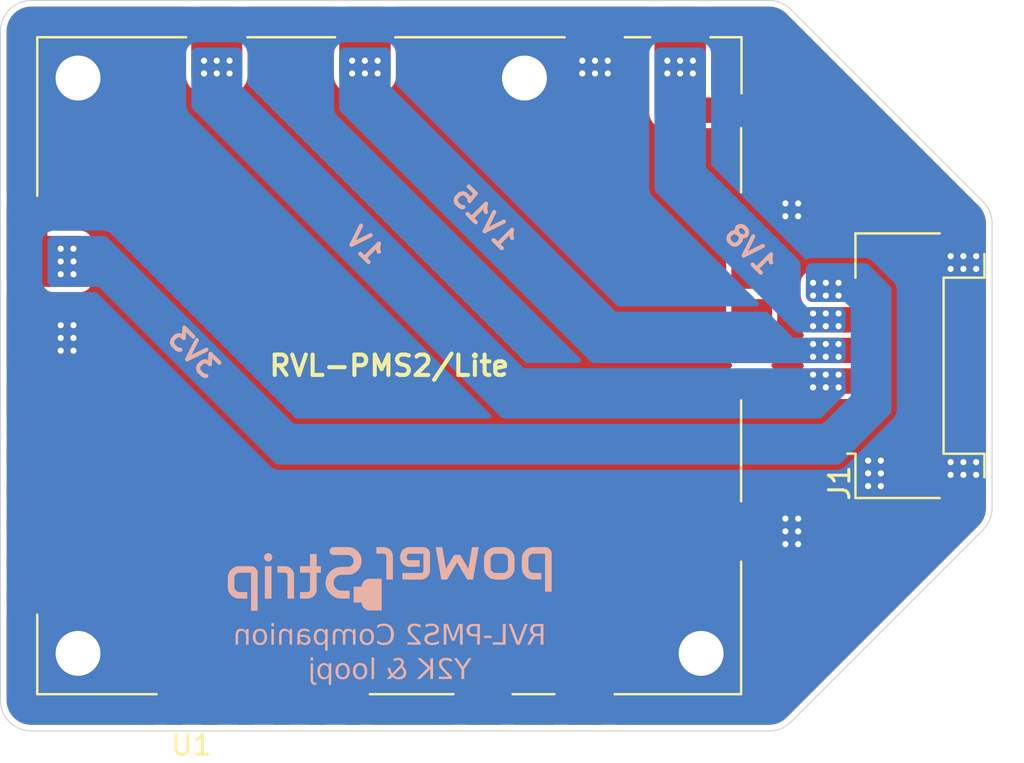
<source format=kicad_pcb>
(kicad_pcb (version 20240108) (generator "pcbnew") (generator_version "8.0")
  (layers (0 "F.Cu" signal) (31 "B.Cu" signal) (34 "B.Paste" user) (35 "F.Paste" user) (36 "B.SilkS" user "B.Silkscreen") (37 "F.SilkS" user "F.Silkscreen") (38 "B.Mask" user) (39 "F.Mask" user) (44 "Edge.Cuts" user))
  (net 0 "")
  (net 1 "GND")
  (net 2 "+1V8")
  (net 3 "+3.3V")
  (net 4 "+1V0")
  (net 5 "+1V15")
  (footprint "project-footprints:PMS2" (layer "F.Cu") (at 129 115)
    (property "Reference" "U1" (at 7.57 2.49 0) (layer "F.SilkS"))
    (property "Value" "PMS2")
    (pad "1" smd roundrect (at -0.5 -23.58) (size 2 1.25) (layers "F.Cu" "F.Paste" "F.Mask") (net 3 "+3.3V"))
    (pad "1" smd roundrect (at -0.5 -21.21) (size 2 2.5) (layers "F.Cu" "F.Paste" "F.Mask") (net 3 "+3.3V"))
    (pad "2" smd roundrect (at -0.5 -17.46) (size 2 2.5) (layers "F.Cu" "F.Paste" "F.Mask") (net 1 "GND"))
    (pad "2" thru_hole circle (at 2 -30.2 90) (size 3 3) (drill 2.2) (layers "*.Cu" "*.Mask") (net 1 "GND"))
    (pad "2" thru_hole circle (at 2 -2 90) (size 3 3) (drill 2.2) (layers "*.Cu" "*.Mask") (net 1 "GND"))
    (pad "2" thru_hole circle (at 23.88 -30.2 90) (size 3 3) (drill 2.2) (layers "*.Cu" "*.Mask") (net 1 "GND"))
    (pad "2" smd roundrect (at 27.35 -32.7 90) (size 2 2.5) (layers "F.Cu" "F.Paste" "F.Mask") (net 1 "GND"))
    (pad "2" thru_hole circle (at 32.54 -2 90) (size 3 3) (drill 2.2) (layers "*.Cu" "*.Mask") (net 1 "GND"))
    (pad "2" smd roundrect (at 35.02 -23.74 90) (size 1.25 2) (layers "F.Cu" "F.Paste" "F.Mask") (net 1 "GND"))
    (pad "2" smd roundrect (at 35.02 -7.98 90) (size 2.5 2) (layers "F.Cu" "F.Paste" "F.Mask") (net 1 "GND"))
    (pad "3" smd roundrect (at -0.5 -14.46) (size 2 2.5) (layers "F.Cu" "F.Paste" "F.Mask"))
    (pad "4" smd roundrect (at -0.5 -11.73) (size 2 1.25) (layers "F.Cu" "F.Paste" "F.Mask"))
    (pad "5" smd roundrect (at -0.5 -9.98) (size 2 1.25) (layers "F.Cu" "F.Paste" "F.Mask"))
    (pad "6" smd roundrect (at -0.5 -8.23) (size 2 1.25) (layers "F.Cu" "F.Paste" "F.Mask"))
    (pad "7" smd roundrect (at -0.5 -6.48) (size 2 1.25) (layers "F.Cu" "F.Paste" "F.Mask"))
    (pad "8" smd roundrect (at -0.5 -4.73) (size 2 1.25) (layers "F.Cu" "F.Paste" "F.Mask"))
    (pad "9" smd roundrect (at 6.71 0.5) (size 1.25 2) (layers "F.Cu" "F.Paste" "F.Mask"))
    (pad "10" smd roundrect (at 8.46 0.5) (size 1.25 2) (layers "F.Cu" "F.Paste" "F.Mask"))
    (pad "11" smd roundrect (at 10.21 0.5) (size 1.25 2) (layers "F.Cu" "F.Paste" "F.Mask"))
    (pad "12" smd roundrect (at 11.96 0.5) (size 1.25 2) (layers "F.Cu" "F.Paste" "F.Mask"))
    (pad "13" smd roundrect (at 13.71 0.5) (size 1.25 2) (layers "F.Cu" "F.Paste" "F.Mask"))
    (pad "14" smd roundrect (at 15.46 0.5) (size 1.25 2) (layers "F.Cu" "F.Paste" "F.Mask"))
    (pad "15" smd roundrect (at 21.85 0.5) (size 2.5 2) (layers "F.Cu" "F.Paste" "F.Mask"))
    (pad "16" smd roundrect (at 26.82 0.5) (size 2.5 2) (layers "F.Cu" "F.Paste" "F.Mask"))
    (pad "17" smd roundrect (at 35.02 -15.24 90) (size 1.25 2) (layers "F.Cu" "F.Paste" "F.Mask"))
    (pad "18" smd roundrect (at 35.02 -16.99 90) (size 1.25 2) (layers "F.Cu" "F.Paste" "F.Mask"))
    (pad "19" smd roundrect (at 35.02 -18.74 90) (size 1.25 2) (layers "F.Cu" "F.Paste" "F.Mask"))
    (pad "20" smd roundrect (at 35.02 -21.12 90) (size 2.5 2) (layers "F.Cu" "F.Paste" "F.Mask"))
    (pad "21" smd roundrect (at 31.51 -32.7 90) (size 2 2.5) (layers "F.Cu" "F.Paste" "F.Mask") (net 2 "+1V8"))
    (pad "21" smd roundrect (at 35.02 -28.62 90) (size 1.25 2) (layers "F.Cu" "F.Paste" "F.Mask") (net 2 "+1V8"))
    (pad "22" smd roundrect (at 16.06 -32.7 90) (size 2 2.5) (layers "F.Cu" "F.Paste" "F.Mask") (net 5 "+1V15"))
    (pad "23" smd roundrect (at 8.8 -32.7 90) (size 2 2.5) (layers "F.Cu" "F.Paste" "F.Mask") (net 4 "+1V0"))
  )
  (footprint "Connector_Molex:Molex_Pico-Lock_504050-0691_1x06-1MP_P1.50mm_Horizontal" (layer "F.Cu") (at 172 98.9 90)
    (property "Reference" "J1" (at -5.75 -3.675 -90) (layer "F.SilkS"))
    (property "Value" "Conn_01x06_MountingPin")
    (pad "1" smd roundrect (at -3.75 -2.795 90) (size 0.6 1) (layers "F.Cu" "F.Paste" "F.Mask") (net 1 "GND"))
    (pad "2" smd roundrect (at -2.25 -2.795 90) (size 0.6 1) (layers "F.Cu" "F.Paste" "F.Mask") (net 1 "GND"))
    (pad "3" smd roundrect (at -0.75 -2.795 90) (size 0.6 1) (layers "F.Cu" "F.Paste" "F.Mask") (net 4 "+1V0"))
    (pad "4" smd roundrect (at 0.75 -2.795 90) (size 0.6 1) (layers "F.Cu" "F.Paste" "F.Mask") (net 5 "+1V15"))
    (pad "5" smd roundrect (at 2.25 -2.795 90) (size 0.6 1) (layers "F.Cu" "F.Paste" "F.Mask") (net 2 "+1V8"))
    (pad "6" smd roundrect (at 3.75 -2.795 90) (size 0.6 1) (layers "F.Cu" "F.Paste" "F.Mask") (net 3 "+3.3V"))
    (pad "MP" smd roundrect (at -6.355 2.395 90) (size 1.25 1.8) (layers "F.Cu" "F.Paste" "F.Mask") (roundrect_rratio 0.2) (net 1 "GND"))
    (pad "MP" smd roundrect (at 6.355 2.395 90) (size 1.25 1.8) (layers "F.Cu" "F.Paste" "F.Mask") (roundrect_rratio 0.2) (net 1 "GND"))
  )
  (gr_poly (pts (xy 151.454713 107.790814) (xy 151.435235 107.791729) (xy 151.415975 107.793255) (xy 151.396933 107.79539) (xy 151.378108 107.798136) (xy 151.359502 107.801492) (xy 151.341113 107.805458) (xy 151.322943 107.810035) (xy 151.30499 107.815221) (xy 151.287255 107.821018) (xy 151.269738 107.827425) (xy 151.252439 107.834442) (xy 151.235358 107.84207) (xy 151.218495 107.850307) (xy 151.20185 107.859155) (xy 151.185423 107.868613) (xy 151.16928 107.878447) (xy 151.153558 107.888701) (xy 151.138256 107.899376) (xy 151.123375 107.910472) (xy 151.108915 107.921988) (xy 151.094875 107.933925) (xy 151.081256 107.946283) (xy 151.068057 107.959061) (xy 151.055279 107.97226) (xy 151.042922 107.985879) (xy 151.030985 107.999919) (xy 151.019469 108.01438) (xy 151.008373 108.029261) (xy 150.997698 108.044563) (xy 150.987444 108.060285) (xy 150.97761 108.076428) (xy 150.968152 108.092855) (xy 150.959304 108.109501) (xy 150.951067 108.126363) (xy 150.94344 108.143444) (xy 150.936422 108.160743) (xy 150.930015 108.17826) (xy 150.924219 108.195995) (xy 150.919032 108.213947) (xy 150.914455 108.232118) (xy 150.910489 108.250506) (xy 150.907133 108.269113) (xy 150.904387 108.287937) (xy 150.902251 108.30698) (xy 150.900726 108.32624) (xy 150.899811 108.345719) (xy 150.899505 108.365415) (xy 150.899505 108.808099) (xy 150.899811 108.827796) (xy 150.900726 108.847278) (xy 150.902251 108.866543) (xy 150.904387 108.885593) (xy 150.907133 108.904427) (xy 150.910489 108.923046) (xy 150.914455 108.941448) (xy 150.919032 108.959635) (xy 150.924219 108.977606) (xy 150.930015 108.995362) (xy 150.936422 109.012902) (xy 150.94344 109.030226) (xy 150.951067 109.047334) (xy 150.959304 109.064227) (xy 150.968152 109.080904) (xy 150.97761 109.097365) (xy 150.987444 109.113481) (xy 150.997698 109.129191) (xy 151.008374 109.144496) (xy 151.019469 109.159395) (xy 151.030986 109.173889) (xy 151.042922 109.187978) (xy 151.05528 109.201662) (xy 151.068058 109.21494) (xy 151.081256 109.227813) (xy 151.094876 109.24028) (xy 151.108915 109.252342) (xy 151.123376 109.263999) (xy 151.138257 109.27525) (xy 151.153558 109.286096) (xy 151.16928 109.296537) (xy 151.185423 109.306572) (xy 151.20185 109.315861) (xy 151.218495 109.324551) (xy 151.235358 109.332642) (xy 151.252439 109.340133) (xy 151.269738 109.347025) (xy 151.287255 109.353317) (xy 151.30499 109.359011) (xy 151.322943 109.364105) (xy 151.341113 109.3686) (xy 151.359502 109.372495) (xy 151.378108 109.375791) (xy 151.396933 109.378488) (xy 151.415975 109.380586) (xy 151.435235 109.382084) (xy 151.454713 109.382983) (xy 151.474409 109.383282) (xy 151.821974 109.383282) (xy 151.841637 109.382982) (xy 151.861087 109.382079) (xy 151.880323 109.380576) (xy 151.899346 109.37847) (xy 151.918155 109.375764) (xy 151.936751 109.372456) (xy 151.955133 109.368546) (xy 151.973301 109.364035) (xy 151.991256 109.358922) (xy 152.008997 109.353208) (xy 152.026525 109.346892) (xy 152.043839 109.339975) (xy 152.060939 109.332457) (xy 152.077826 109.324337) (xy 152.094499 109.315616) (xy 152.110959 109.306293) (xy 152.127075 109.296323) (xy 152.142785 109.285939) (xy 152.15809 109.27514) (xy 152.172989 109.263928) (xy 152.187483 109.252302) (xy 152.201572 109.240262) (xy 152.215256 109.227807) (xy 152.228534 109.214939) (xy 152.241407 109.201656) (xy 152.253874 109.18796) (xy 152.265937 109.173849) (xy 152.277593 109.159324) (xy 152.288845 109.144386) (xy 152.299691 109.129033) (xy 152.310132 109.113266) (xy 152.320167 109.097086) (xy 152.329456 109.080658) (xy 152.338146 109.064013) (xy 152.346237 109.04715) (xy 152.353728 109.030068) (xy 152.36062 109.012769) (xy 152.366913 108.995253) (xy 152.372606 108.977518) (xy 152.3777 108.959565) (xy 152.382195 108.941395) (xy 152.38609 108.923006) (xy 152.389386 108.9044) (xy 152.392083 108.885576) (xy 152.394181 108.866533) (xy 152.395679 108.847273) (xy 152.396578 108.827795) (xy 152.396878 108.808099) (xy 152.396878 108.80503) (xy 152.072466 108.80503) (xy 152.072177 108.817991) (xy 152.071311 108.830723) (xy 152.069867 108.843227) (xy 152.067846 108.855501) (xy 152.065247 108.867547) (xy 152.062071 108.879364) (xy 152.058317 108.890952) (xy 152.053986 108.902311) (xy 152.049077 108.913441) (xy 152.043591 108.924343) (xy 152.037527 108.935015) (xy 152.030886 108.945459) (xy 152.023667 108.955675) (xy 152.015871 108.965661) (xy 152.007497 108.975419) (xy 151.998546 108.984948) (xy 151.989227 108.993899) (xy 151.979678 109.002272) (xy 151.969901 109.010069) (xy 151.959895 109.017287) (xy 151.94966 109.023929) (xy 151.939196 109.029992) (xy 151.928504 109.035479) (xy 151.917583 109.040388) (xy 151.906432 109.044719) (xy 151.895053 109.048473) (xy 151.883446 109.051649) (xy 151.871609 109.054248) (xy 151.859544 109.056269) (xy 151.84725 109.057713) (xy 151.834727 109.058579) (xy 151.821975 109.058868) (xy 151.474411 109.058868) (xy 151.461461 109.058579) (xy 151.448765 109.057713) (xy 151.436321 109.056269) (xy 151.424131 109.054248) (xy 151.412193 109.051649) (xy 151.400507 109.048473) (xy 151.389075 109.044719) (xy 151.377895 109.040388) (xy 151.366969 109.035479) (xy 151.356295 109.029992) (xy 151.345874 109.023929) (xy 151.335705 109.017287) (xy 151.32579 109.010069) (xy 151.316127 109.002272) (xy 151.306717 108.993899) (xy 151.29756 108.984948) (xy 151.288609 108.975419) (xy 151.280235 108.965661) (xy 151.272438 108.955675) (xy 151.26522 108.945459) (xy 151.258578 108.935015) (xy 151.252515 108.924343) (xy 151.247028 108.913441) (xy 151.24212 108.902311) (xy 151.237788 108.890952) (xy 151.234035 108.879364) (xy 151.230858 108.867547) (xy 151.22826 108.855501) (xy 151.226238 108.843227) (xy 151.224795 108.830723) (xy 151.223928 108.817991) (xy 151.22364 108.80503) (xy 151.22364 108.368482) (xy 151.223928 108.355526) (xy 151.224795 108.34281) (xy 151.226238 108.330334) (xy 151.22826 108.318097) (xy 151.230858 108.306101) (xy 151.234035 108.294344) (xy 151.237788 108.282826) (xy 151.24212 108.271549) (xy 151.247028 108.260511) (xy 151.252515 108.249713) (xy 151.258578 108.239154) (xy 151.26522 108.228835) (xy 151.272438 108.218757) (xy 151.280235 108.208917) (xy 151.288609 108.199318) (xy 151.29756 108.189958) (xy 151.306717 108.180838) (xy 151.316127 108.172306) (xy 151.32579 108.164362) (xy 151.335705 108.157007) (xy 151.345874 108.150241) (xy 151.356295 108.144063) (xy 151.366969 108.138473) (xy 151.377895 108.133472) (xy 151.389075 108.129059) (xy 151.400507 108.125235) (xy 151.412193 108.121998) (xy 151.424131 108.119351) (xy 151.436321 108.117292) (xy 151.448765 108.115821) (xy 151.461461 108.114938) (xy 151.474411 108.114644) (xy 151.821975 108.114644) (xy 151.834727 108.114938) (xy 151.84725 108.115821) (xy 151.859544 108.117292) (xy 151.871609 108.119351) (xy 151.883446 108.121998) (xy 151.895053 108.125235) (xy 151.906432 108.129059) (xy 151.917583 108.133472) (xy 151.928504 108.138473) (xy 151.939196 108.144063) (xy 151.94966 108.150241) (xy 151.959895 108.157007) (xy 151.969901 108.164362) (xy 151.979678 108.172306) (xy 151.989227 108.180838) (xy 151.998546 108.189958) (xy 152.007497 108.199318) (xy 152.015871 108.208917) (xy 152.023667 108.218757) (xy 152.030886 108.228835) (xy 152.037527 108.239154) (xy 152.043591 108.249713) (xy 152.049077 108.260511) (xy 152.053986 108.271549) (xy 152.058317 108.282826) (xy 152.062071 108.294344) (xy 152.065247 108.306101) (xy 152.067846 108.318097) (xy 152.069867 108.330334) (xy 152.071311 108.34281) (xy 152.072177 108.355526) (xy 152.072466 108.368482) (xy 152.072466 108.80503) (xy 152.396878 108.80503) (xy 152.396878 108.365415) (xy 152.396578 108.345719) (xy 152.395679 108.32624) (xy 152.394181 108.30698) (xy 152.392083 108.287937) (xy 152.389386 108.269113) (xy 152.38609 108.250506) (xy 152.382195 108.232118) (xy 152.3777 108.213947) (xy 152.372606 108.195995) (xy 152.366913 108.17826) (xy 152.36062 108.160743) (xy 152.353728 108.143444) (xy 152.346237 108.126363) (xy 152.338146 108.109501) (xy 152.329456 108.092855) (xy 152.320167 108.076428) (xy 152.310132 108.060285) (xy 152.299691 108.044563) (xy 152.288845 108.029261) (xy 152.277593 108.01438) (xy 152.265937 107.999919) (xy 152.253874 107.985879) (xy 152.241407 107.97226) (xy 152.228534 107.959061) (xy 152.215256 107.946283) (xy 152.201572 107.933925) (xy 152.187483 107.921988) (xy 152.172989 107.910472) (xy 152.15809 107.899376) (xy 152.142785 107.888701) (xy 152.127075 107.878447) (xy 152.110959 107.868613) (xy 152.094499 107.859155) (xy 152.077826 107.850307) (xy 152.060939 107.84207) (xy 152.043838 107.834442) (xy 152.026524 107.827425) (xy 152.008996 107.821018) (xy 151.991255 107.815221) (xy 151.9733 107.810035) (xy 151.955132 107.805458) (xy 151.93675 107.801492) (xy 151.918154 107.798136) (xy 151.899345 107.79539) (xy 151.880323 107.793255) (xy 151.861087 107.791729) (xy 151.841637 107.790814) (xy 151.821974 107.790509) (xy 151.474409 107.790509)) (stroke (width -0.000001)) (fill solid) (layer "B.SilkS"))
  (gr_poly (pts (xy 143.516453 107.789905) (xy 143.50635 107.790559) (xy 143.496456 107.79165) (xy 143.486774 107.793177) (xy 143.477302 107.79514) (xy 143.468042 107.797539) (xy 143.458991 107.800374) (xy 143.450152 107.803646) (xy 143.441523 107.807354) (xy 143.433105 107.811498) (xy 143.424897 107.816078) (xy 143.416901 107.821095) (xy 143.409115 107.826548) (xy 143.401539 107.832437) (xy 143.394175 107.838762) (xy 143.387021 107.845524) (xy 143.380192 107.852608) (xy 143.373804 107.8599) (xy 143.367857 107.867402) (xy 143.36235 107.875111) (xy 143.357284 107.88303) (xy 143.352659 107.891157) (xy 143.348474 107.899493) (xy 143.344729 107.908037) (xy 143.341425 107.91679) (xy 143.338562 107.925752) (xy 143.336139 107.934922) (xy 143.334156 107.944301) (xy 143.332614 107.953888) (xy 143.331513 107.963684) (xy 143.330852 107.973689) (xy 143.330632 107.983903) (xy 143.330852 107.994116) (xy 143.331513 108.004121) (xy 143.332614 108.013917) (xy 143.334156 108.023504) (xy 143.336139 108.032883) (xy 143.338562 108.042053) (xy 143.341425 108.051015) (xy 143.344729 108.059768) (xy 143.348474 108.068312) (xy 143.352659 108.076648) (xy 143.357284 108.084775) (xy 143.36235 108.092694) (xy 143.367857 108.100403) (xy 143.373804 108.107905) (xy 143.380192 108.115197) (xy 143.387021 108.122281) (xy 143.394175 108.129043) (xy 143.401539 108.135368) (xy 143.409115 108.141257) (xy 143.416901 108.14671) (xy 143.424897 108.151727) (xy 143.433105 108.156307) (xy 143.441523 108.160451) (xy 143.450152 108.164159) (xy 143.458991 108.167431) (xy 143.468042 108.170266) (xy 143.477302 108.172665) (xy 143.486774 108.174628) (xy 143.496456 108.176155) (xy 143.50635 108.177246) (xy 143.516453 108.1779) (xy 143.526768 108.178118) (xy 144.213242 108.178118) (xy 144.228421 108.17845) (xy 144.243313 108.179446) (xy 144.257918 108.181105) (xy 144.272236 108.183429) (xy 144.286266 108.186416) (xy 144.300009 108.190067) (xy 144.313464 108.194382) (xy 144.326633 108.199361) (xy 144.339514 108.205003) (xy 144.352107 108.211309) (xy 144.364414 108.218279) (xy 144.376433 108.225913) (xy 144.388165 108.234211) (xy 144.399609 108.243173) (xy 144.410766 108.252798) (xy 144.421636 108.263088) (xy 144.432027 108.273851) (xy 144.441748 108.284899) (xy 144.450798 108.296231) (xy 144.459178 108.307848) (xy 144.466887 108.31975) (xy 144.473926 108.331936) (xy 144.480295 108.344406) (xy 144.485993 108.357161) (xy 144.491021 108.3702) (xy 144.495378 108.383524) (xy 144.499065 108.397132) (xy 144.502082 108.411025) (xy 144.504428 108.425203) (xy 144.506104 108.439664) (xy 144.50711 108.454411) (xy 144.507445 108.469442) (xy 144.50711 108.484473) (xy 144.506104 108.499219) (xy 144.504428 108.513681) (xy 144.502082 108.527858) (xy 144.499065 108.541751) (xy 144.495378 108.555359) (xy 144.491021 108.568683) (xy 144.485993 108.581723) (xy 144.480295 108.594477) (xy 144.473926 108.606948) (xy 144.466887 108.619134) (xy 144.459178 108.631035) (xy 144.450798 108.642652) (xy 144.441748 108.653984) (xy 144.432027 108.665032) (xy 144.421636 108.675796) (xy 144.410766 108.686085) (xy 144.399609 108.695711) (xy 144.388165 108.704672) (xy 144.376433 108.71297) (xy 144.364414 108.720604) (xy 144.352107 108.727574) (xy 144.339514 108.73388) (xy 144.326633 108.739523) (xy 144.313464 108.744502) (xy 144.300009 108.748816) (xy 144.286266 108.752467) (xy 144.272236 108.755455) (xy 144.257918 108.757778) (xy 144.243313 108.759438) (xy 144.228421 108.760433) (xy 144.213242 108.760765) (xy 143.919038 108.760765) (xy 143.878949 108.761657) (xy 143.839588 108.764331) (xy 143.800954 108.768788) (xy 143.763049 108.775028) (xy 143.725871 108.783051) (xy 143.689421 108.792856) (xy 143.653699 108.804445) (xy 143.618705 108.817816) (xy 143.584439 108.83297) (xy 143.550901 108.849907) (xy 143.51809 108.868627) (xy 143.486007 108.88913) (xy 143.454653 108.911415) (xy 143.424026 108.935484) (xy 143.394126 108.961335) (xy 143.364955 108.988969) (xy 143.337048 109.017854) (xy 143.310941 109.047461) (xy 143.286635 109.077788) (xy 143.264129 109.108836) (xy 143.243424 109.140605) (xy 143.224519 109.173094) (xy 143.207415 109.206304) (xy 143.19211 109.240235) (xy 143.178607 109.274887) (xy 143.166904 109.310259) (xy 143.157001 109.346352) (xy 143.148899 109.383166) (xy 143.142597 109.4207) (xy 143.138096 109.458955) (xy 143.135395 109.497931) (xy 143.134495 109.537628) (xy 143.135395 109.577324) (xy 143.138096 109.6163) (xy 143.142597 109.654555) (xy 143.148899 109.69209) (xy 143.157001 109.728904) (xy 143.166904 109.764997) (xy 143.178607 109.800369) (xy 143.19211 109.835021) (xy 143.207415 109.868951) (xy 143.224519 109.902161) (xy 143.243424 109.934651) (xy 143.264129 109.96642) (xy 143.286635 109.997468) (xy 143.310941 110.027795) (xy 143.337048 110.057401) (xy 143.364955 110.086287) (xy 143.394126 110.113921) (xy 143.424026 110.139772) (xy 143.454653 110.163841) (xy 143.486007 110.186126) (xy 143.51809 110.206629) (xy 143.550901 110.225349) (xy 143.584439 110.242286) (xy 143.618705 110.25744) (xy 143.653699 110.270811) (xy 143.689421 110.282399) (xy 143.725871 110.292205) (xy 143.763049 110.300228) (xy 143.800954 110.306468) (xy 143.839588 110.310925) (xy 143.878949 110.313599) (xy 143.919038 110.314491) (xy 144.311309 110.314491) (xy 144.311309 109.926059) (xy 143.919038 109.926059) (xy 143.898994 109.925613) (xy 143.879313 109.924276) (xy 143.859996 109.922048) (xy 143.841044 109.918928) (xy 143.822455 109.914916) (xy 143.80423 109.910014) (xy 143.786369 109.904219) (xy 143.768872 109.897534) (xy 143.751739 109.889957) (xy 143.73497 109.881488) (xy 143.718564 109.872128) (xy 143.702523 109.861877) (xy 143.686845 109.850734) (xy 143.671532 109.8387) (xy 143.656582 109.825774) (xy 143.641996 109.811957) (xy 143.628043 109.797515) (xy 143.61499 109.782711) (xy 143.602837 109.767548) (xy 143.591584 109.752024) (xy 143.581231 109.736139) (xy 143.571779 109.719895) (xy 143.563227 109.70329) (xy 143.555575 109.686324) (xy 143.548823 109.668998) (xy 143.542972 109.651312) (xy 143.538021 109.633266) (xy 143.53397 109.614859) (xy 143.530819 109.596092) (xy 143.528568 109.576964) (xy 143.527218 109.557476) (xy 143.526768 109.537628) (xy 143.527218 109.51778) (xy 143.528568 109.498292) (xy 143.530819 109.479164) (xy 143.53397 109.460397) (xy 143.538021 109.44199) (xy 143.542972 109.423943) (xy 143.548823 109.406257) (xy 143.555575 109.388931) (xy 143.563227 109.371966) (xy 143.571779 109.355361) (xy 143.581231 109.339116) (xy 143.591584 109.323232) (xy 143.602837 109.307708) (xy 143.61499 109.292544) (xy 143.628043 109.277741) (xy 143.641996 109.263298) (xy 143.656582 109.249481) (xy 143.671532 109.236556) (xy 143.686845 109.224522) (xy 143.702523 109.213379) (xy 143.718564 109.203127) (xy 143.73497 109.193767) (xy 143.751739 109.185299) (xy 143.768872 109.177722) (xy 143.786369 109.171036) (xy 143.80423 109.165242) (xy 143.822455 109.160339) (xy 143.841044 109.156328) (xy 143.859996 109.153208) (xy 143.879313 109.150979) (xy 143.898994 109.149642) (xy 143.919038 109.149196) (xy 144.213242 109.149196) (xy 144.248466 109.148419) (xy 144.283038 109.146086) (xy 144.31696 109.142198) (xy 144.35023 109.136755) (xy 144.382849 109.129756) (xy 144.414817 109.121202) (xy 144.446133 109.111093) (xy 144.476799 109.099429) (xy 144.506813 109.086209) (xy 144.536176 109.071434) (xy 144.564888 109.055104) (xy 144.592948 109.037219) (xy 144.620357 109.017778) (xy 144.647116 108.996783) (xy 144.673223 108.974232) (xy 144.698678 108.950125) (xy 144.723023 108.924919) (xy 144.745797 108.899068) (xy 144.767 108.872572) (xy 144.786633 108.845431) (xy 144.804695 108.817645) (xy 144.821186 108.789215) (xy 144.836107 108.760139) (xy 144.849457 108.730419) (xy 144.861237 108.700054) (xy 144.871446 108.669044) (xy 144.880084 108.637389) (xy 144.887152 108.605089) (xy 144.892649 108.572145) (xy 144.896576 108.538555) (xy 144.898932 108.504321) (xy 144.899717 108.469442) (xy 144.898932 108.434563) (xy 144.896576 108.400328) (xy 144.892649 108.366739) (xy 144.887152 108.333794) (xy 144.880084 108.301494) (xy 144.871446 108.26984) (xy 144.861237 108.23883) (xy 144.849457 108.208464) (xy 144.836107 108.178744) (xy 144.821186 108.149669) (xy 144.804695 108.121238) (xy 144.786633 108.093452) (xy 144.767 108.066311) (xy 144.745797 108.039815) (xy 144.723023 108.013964) (xy 144.698678 107.988758) (xy 144.673223 107.964652) (xy 144.647116 107.942101) (xy 144.620357 107.921105) (xy 144.592948 107.901664) (xy 144.564888 107.883779) (xy 144.536176 107.867449) (xy 144.506813 107.852674) (xy 144.476799 107.839455) (xy 144.446133 107.82779) (xy 144.414817 107.817681) (xy 144.382849 107.809128) (xy 144.35023 107.802129) (xy 144.31696 107.796686) (xy 144.283038 107.792797) (xy 144.248466 107.790465) (xy 144.213242 107.789687) (xy 143.526768 107.789687)) (stroke (width -0.000001)) (fill solid) (layer "B.SilkS"))
  (gr_poly (pts (xy 147.231693 107.790476) (xy 147.216015 107.791215) (xy 147.20053 107.792446) (xy 147.185239 107.79417) (xy 147.170142 107.796386) (xy 147.155239 107.799095) (xy 147.14053 107.802297) (xy 147.126015 107.80599) (xy 147.111694 107.810177) (xy 147.097567 107.814856) (xy 147.083634 107.820027) (xy 147.069895 107.825691) (xy 147.05635 107.831847) (xy 147.042999 107.838496) (xy 147.029842 107.845638) (xy 147.016879 107.853271) (xy 147.003972 107.861118) (xy 146.991403 107.869315) (xy 146.979172 107.877863) (xy 146.967279 107.886762) (xy 146.955723 107.896012) (xy 146.944506 107.905613) (xy 146.933626 107.915564) (xy 146.923083 107.925867) (xy 146.912879 107.93652) (xy 146.903013 107.947524) (xy 146.893484 107.958879) (xy 146.884293 107.970585) (xy 146.87544 107.982642) (xy 146.866924 107.995049) (xy 146.858747 108.007807) (xy 146.850907 108.020917) (xy 146.843273 108.034081) (xy 146.836131 108.047425) (xy 146.829482 108.060947) (xy 146.823326 108.074648) (xy 146.817662 108.088528) (xy 146.81249 108.102586) (xy 146.807811 108.116823) (xy 146.803625 108.131239) (xy 146.799931 108.145834) (xy 146.79673 108.160607) (xy 146.794021 108.175558) (xy 146.791805 108.190689) (xy 146.790081 108.205998) (xy 146.78885 108.221486) (xy 146.788111 108.237152) (xy 146.787865 108.252998) (xy 146.787865 108.297631) (xy 146.788111 108.313307) (xy 146.78885 108.328816) (xy 146.790081 108.344157) (xy 146.791805 108.35933) (xy 146.794021 108.374335) (xy 146.79673 108.389172) (xy 146.799931 108.403842) (xy 146.803625 108.418344) (xy 146.807811 108.432678) (xy 146.81249 108.446844) (xy 146.817662 108.460843) (xy 146.823326 108.474673) (xy 146.829482 108.488336) (xy 146.836131 108.501831) (xy 146.843273 108.515158) (xy 146.850907 108.528318) (xy 146.858747 108.541061) (xy 146.866924 108.553488) (xy 146.87544 108.565599) (xy 146.884293 108.577394) (xy 146.893484 108.588873) (xy 146.903013 108.600036) (xy 146.912879 108.610883) (xy 146.923083 108.621415) (xy 146.933626 108.63163) (xy 146.944506 108.641529) (xy 146.955723 108.651113) (xy 146.967279 108.66038) (xy 146.979172 108.669332) (xy 146.991403 108.677967) (xy 147.003972 108.686287) (xy 147.016879 108.69429) (xy 147.029875 108.701755) (xy 147.04306 108.708738) (xy 147.056435 108.71524) (xy 147.07 108.72126) (xy 147.083754 108.726799) (xy 147.097698 108.731855) (xy 147.111832 108.736431) (xy 147.126155 108.740524) (xy 147.140668 108.744136) (xy 147.15537 108.747267) (xy 147.170262 108.749916) (xy 147.185344 108.752083) (xy 147.200615 108.753769) (xy 147.216076 108.754973) (xy 147.231726 108.755695) (xy 147.247566 108.755936) (xy 147.742693 108.755936) (xy 147.742693 108.43292) (xy 147.244498 108.43292) (xy 147.237627 108.432764) (xy 147.23089 108.432297) (xy 147.224289 108.431518) (xy 147.217824 108.430427) (xy 147.211493 108.429025) (xy 147.205297 108.427311) (xy 147.199237 108.425285) (xy 147.193311 108.422948) (xy 147.187521 108.420299) (xy 147.181866 108.417339) (xy 147.176346 108.414067) (xy 147.170961 108.410483) (xy 147.165711 108.406587) (xy 147.160597 108.40238) (xy 147.155617 108.397862) (xy 147.150773 108.393031) (xy 147.145909 108.387979) (xy 147.141359 108.382794) (xy 147.137122 108.377475) (xy 147.133199 108.372024) (xy 147.129591 108.36644) (xy 147.126296 108.360723) (xy 147.123315 108.354873) (xy 147.120647 108.348889) (xy 147.118294 108.342773) (xy 147.116254 108.336524) (xy 147.114528 108.330142) (xy 147.113116 108.323627) (xy 147.112017 108.316979) (xy 147.111233 108.310198) (xy 147.110762 108.303284) (xy 147.110605 108.296237) (xy 147.110605 108.253002) (xy 147.110762 108.245786) (xy 147.111233 108.238714) (xy 147.112017 108.231786) (xy 147.113116 108.225002) (xy 147.114528 108.218362) (xy 147.116254 108.211865) (xy 147.118294 108.205513) (xy 147.120647 108.199304) (xy 147.123315 108.193239) (xy 147.126296 108.187318) (xy 147.129591 108.181541) (xy 147.133199 108.175908) (xy 147.137122 108.170419) (xy 147.141359 108.165073) (xy 147.145909 108.159872) (xy 147.150773 108.154814) (xy 147.155617 108.14995) (xy 147.160597 108.1454) (xy 147.165712 108.141163) (xy 147.170962 108.137241) (xy 147.176347 108.133632) (xy 147.181867 108.130337) (xy 147.187522 108.127356) (xy 147.193312 108.124688) (xy 147.199238 108.122335) (xy 147.205298 108.120295) (xy 147.211494 108.118569) (xy 147.217824 108.117157) (xy 147.22429 108.116058) (xy 147.230891 108.115274) (xy 147.237627 108.114803) (xy 147.244498 108.114646) (xy 147.927075 108.114646) (xy 147.927075 108.932791) (xy 147.926938 108.939252) (xy 147.926526 108.945596) (xy 147.925839 108.951822) (xy 147.924878 108.95793) (xy 147.923642 108.963921) (xy 147.922132 108.969794) (xy 147.920347 108.975549) (xy 147.918288 108.981187) (xy 147.915954 108.986707) (xy 147.913345 108.992109) (xy 147.910462 108.997394) (xy 147.907304 109.002561) (xy 147.903872 109.00761) (xy 147.900165 109.012542) (xy 147.896183 109.017356) (xy 147.891927 109.022053) (xy 147.887438 109.026512) (xy 147.882827 109.030683) (xy 147.878094 109.034566) (xy 147.873238 109.038162) (xy 147.868261 109.04147) (xy 147.863161 109.044491) (xy 147.85794 109.047224) (xy 147.852596 109.049669) (xy 147.847131 109.051827) (xy 147.841543 109.053697) (xy 147.835833 109.055279) (xy 147.830001 109.056573) (xy 147.824048 109.05758) (xy 147.817972 109.058299) (xy 147.811774 109.058731) (xy 147.805454 109.058875) (xy 146.900002 109.058875) (xy 146.900002 109.383287) (xy 147.805734 109.383287) (xy 147.820994 109.383053) (xy 147.836091 109.38235) (xy 147.851024 109.381179) (xy 147.865794 109.379539) (xy 147.8804 109.37743) (xy 147.894843 109.374853) (xy 147.909123 109.371808) (xy 147.923239 109.368294) (xy 147.937192 109.364312) (xy 147.950981 109.35986) (xy 147.964607 109.354941) (xy 147.978069 109.349553) (xy 147.991368 109.343696) (xy 148.004504 109.337371) (xy 148.017476 109.330577) (xy 148.030285 109.323314) (xy 148.04278 109.315486) (xy 148.054954 109.307345) (xy 148.066804 109.298889) (xy 148.078333 109.29012) (xy 148.089538 109.281037) (xy 148.100422 109.27164) (xy 148.110982 109.261929) (xy 148.12122 109.251905) (xy 148.131136 109.241566) (xy 148.140729 109.230914) (xy 148.149999 109.219948) (xy 148.158947 109.208669) (xy 148.167573 109.197075) (xy 148.175876 109.185168) (xy 148.183856 109.172946) (xy 148.191514 109.160411) (xy 148.198776 109.147434) (xy 148.20557 109.134304) (xy 148.211895 109.121022) (xy 148.217752 109.107587) (xy 148.22314 109.093999) (xy 148.22806 109.080259) (xy 148.232511 109.066366) (xy 148.236494 109.052321) (xy 148.240008 109.038123) (xy 148.243053 109.023773) (xy 148.24563 109.00927) (xy 148.247739 108.994614) (xy 148.249378 108.979806) (xy 148.25055 108.964845) (xy 148.251253 108.949732) (xy 148.251487 108.934467) (xy 148.251487 108.119384) (xy 148.251097 108.10246) (xy 148.249926 108.085859) (xy 148.247976 108.06958) (xy 148.245245 108.053624) (xy 148.241735 108.03799) (xy 148.237444 108.022678) (xy 148.232372 108.00769) (xy 148.226521 107.993023) (xy 148.21989 107.97868) (xy 148.212478 107.964658) (xy 148.204286 107.950959) (xy 148.195314 107.937583) (xy 148.185562 107.924529) (xy 148.17503 107.911798) (xy 148.163717 107.899389) (xy 148.151625 107.887303) (xy 148.138985 107.875548) (xy 148.126031 107.864552) (xy 148.112764 107.854313) (xy 148.099183 107.844834) (xy 148.085288 107.836112) (xy 148.071079 107.828149) (xy 148.056557 107.820944) (xy 148.041721 107.814498) (xy 148.02657 107.80881) (xy 148.011106 107.803881) (xy 147.995329 107.799709) (xy 147.979237 107.796297) (xy 147.962831 107.793642) (xy 147.946112 107.791746) (xy 147.929079 107.790609) (xy 147.911732 107.790229) (xy 147.247566 107.790229)) (stroke (width -0.000001)) (fill solid) (layer "B.SilkS"))
  (gr_poly (pts (xy 142.37134 108.724694) (xy 141.880677 108.724694) (xy 141.880677 109.049106) (xy 142.37134 109.049106) (xy 142.37134 109.865576) (xy 142.371183 109.872043) (xy 142.370713 109.878403) (xy 142.369928 109.884656) (xy 142.36883 109.890803) (xy 142.367418 109.896843) (xy 142.365692 109.902775) (xy 142.363652 109.908601) (xy 142.361299 109.914321) (xy 142.358631 109.919933) (xy 142.35565 109.925439) (xy 142.352355 109.930838) (xy 142.348746 109.93613) (xy 142.344824 109.941316) (xy 142.340587 109.946394) (xy 142.336037 109.951366) (xy 142.331173 109.956232) (xy 142.325951 109.960691) (xy 142.320608 109.964862) (xy 142.315142 109.968746) (xy 142.309555 109.972342) (xy 142.303845 109.97565) (xy 142.298013 109.978671) (xy 142.29206 109.981403) (xy 142.285984 109.983849) (xy 142.279786 109.986006) (xy 142.273466 109.987876) (xy 142.267024 109.989458) (xy 142.26046 109.990752) (xy 142.253775 109.991759) (xy 142.246967 109.992478) (xy 142.240037 109.99291) (xy 142.232985 109.993053) (xy 141.880679 109.993053) (xy 141.880679 110.317745) (xy 142.237727 110.317745) (xy 142.25337 110.31751) (xy 142.268847 110.316808) (xy 142.284158 110.315636) (xy 142.299304 110.313997) (xy 142.314284 110.311888) (xy 142.329099 110.309311) (xy 142.343747 110.306266) (xy 142.358231 110.302752) (xy 142.372548 110.29877) (xy 142.3867 110.294319) (xy 142.400687 110.289399) (xy 142.414508 110.284011) (xy 142.428163 110.278155) (xy 142.441652 110.27183) (xy 142.454976 110.265037) (xy 142.468134 110.257774) (xy 142.480877 110.249945) (xy 142.493304 110.2418) (xy 142.505416 110.233339) (xy 142.517211 110.224562) (xy 142.52869 110.215469) (xy 142.539853 110.20606) (xy 142.5507 110.196335) (xy 142.561231 110.186294) (xy 142.571447 110.175937) (xy 142.581346 110.165264) (xy 142.590929 110.154276) (xy 142.600197 110.142971) (xy 142.609148 110.13135) (xy 142.617784 110.119414) (xy 142.626103 110.107161) (xy 142.634107 110.094592) (xy 142.641538 110.081608) (xy 142.64849 110.068458) (xy 142.654962 110.055143) (xy 142.660955 110.041662) (xy 142.666468 110.028016) (xy 142.671502 110.014203) (xy 142.676057 110.000226) (xy 142.680132 109.986082) (xy 142.683728 109.971773) (xy 142.686844 109.957298) (xy 142.689481 109.942658) (xy 142.691638 109.927852) (xy 142.693316 109.912881) (xy 142.694515 109.897743) (xy 142.695234 109.882441) (xy 142.695474 109.866972) (xy 142.695474 109.049109) (xy 142.903287 109.049109) (xy 142.903287 108.724694) (xy 142.695753 108.724694) (xy 142.695753 108.1311) (xy 142.37134 108.1311)) (stroke (width -0.000001)) (fill solid) (layer "B.SilkS"))
  (gr_poly (pts (xy 138.895 108.725) (xy 138.87555 108.725919) (xy 138.856314 108.72745) (xy 138.837291 108.729593) (xy 138.818482 108.732348) (xy 138.799886 108.735716) (xy 138.781504 108.739697) (xy 138.763336 108.744289) (xy 138.745381 108.749494) (xy 138.727639 108.755311) (xy 138.710112 108.761741) (xy 138.692797 108.768783) (xy 138.675697 108.776438) (xy 138.65881 108.784704) (xy 138.642136 108.793584) (xy 138.625676 108.803075) (xy 138.609567 108.812903) (xy 138.593876 108.823138) (xy 138.578604 108.83378) (xy 138.56375 108.84483) (xy 138.549314 108.856288) (xy 138.535297 108.868153) (xy 138.521699 108.880425) (xy 138.508519 108.893105) (xy 138.495757 108.906193) (xy 138.483414 108.919688) (xy 138.471489 108.933591) (xy 138.459983 108.947901) (xy 138.448895 108.962618) (xy 138.438225 108.977743) (xy 138.427974 108.993276) (xy 138.418141 109.009215) (xy 138.40865 109.025472) (xy 138.39977 109.041956) (xy 138.391503 109.058666) (xy 138.383849 109.075603) (xy 138.376806 109.092767) (xy 138.370376 109.110158) (xy 138.364559 109.127775) (xy 138.359354 109.145618) (xy 138.354761 109.163689) (xy 138.35078 109.181986) (xy 138.347412 109.20051) (xy 138.344656 109.21926) (xy 138.342513 109.238237) (xy 138.340982 109.25744) (xy 138.340063 109.27687) (xy 138.339757 109.296527) (xy 138.339757 109.742559) (xy 138.340063 109.762255) (xy 138.340982 109.781733) (xy 138.342513 109.800994) (xy 138.344656 109.820036) (xy 138.347412 109.83886) (xy 138.35078 109.857467) (xy 138.354761 109.875856) (xy 138.359354 109.894026) (xy 138.364559 109.911979) (xy 138.370376 109.929714) (xy 138.376806 109.947231) (xy 138.383849 109.96453) (xy 138.391503 109.981611) (xy 138.39977 109.998474) (xy 138.40865 110.015119) (xy 138.418141 110.031546) (xy 138.427974 110.047694) (xy 138.438225 110.063433) (xy 138.448895 110.078762) (xy 138.459983 110.093682) (xy 138.471489 110.108191) (xy 138.483414 110.122291) (xy 138.495757 110.135981) (xy 138.508519 110.149262) (xy 138.521699 110.162133) (xy 138.535297 110.174594) (xy 138.549314 110.186645) (xy 138.56375 110.198286) (xy 138.578604 110.209518) (xy 138.593876 110.22034) (xy 138.609567 110.230753) (xy 138.625676 110.240755) (xy 138.642136 110.250078) (xy 138.65881 110.258799) (xy 138.675697 110.266919) (xy 138.692797 110.274437) (xy 138.710112 110.281354) (xy 138.727639 110.28767) (xy 138.745381 110.293383) (xy 138.763336 110.298496) (xy 138.781504 110.303007) (xy 138.799886 110.306916) (xy 138.818482 110.310224) (xy 138.837291 110.312931) (xy 138.856314 110.315036) (xy 138.87555 110.316539) (xy 138.895 110.317442) (xy 138.914664 110.317742) (xy 139.294585 110.317742) (xy 139.294585 109.993051) (xy 138.914664 109.993051) (xy 138.901747 109.992764) (xy 138.889079 109.991901) (xy 138.876659 109.990462) (xy 138.864488 109.988449) (xy 138.852565 109.98586) (xy 138.84089 109.982696) (xy 138.829464 109.978957) (xy 138.818287 109.974642) (xy 138.807358 109.969752) (xy 138.796677 109.964286) (xy 138.786245 109.958245) (xy 138.776062 109.951629) (xy 138.766127 109.944437) (xy 138.75644 109.93667) (xy 138.747002 109.928328) (xy 138.737812 109.91941) (xy 138.728895 109.909881) (xy 138.720552 109.900124) (xy 138.712785 109.890138) (xy 138.705593 109.879923) (xy 138.698977 109.869479) (xy 138.692936 109.858806) (xy 138.68747 109.847905) (xy 138.68258 109.836774) (xy 138.678265 109.825415) (xy 138.674525 109.813827) (xy 138.671361 109.80201) (xy 138.668772 109.789964) (xy 138.666759 109.777689) (xy 138.66532 109.765186) (xy 138.664457 109.752453) (xy 138.66417 109.739492) (xy 138.66417 109.299596) (xy 138.664457 109.28668) (xy 138.66532 109.274016) (xy 138.666759 109.261601) (xy 138.668772 109.249438) (xy 138.671361 109.237525) (xy 138.674525 109.225863) (xy 138.678265 109.214451) (xy 138.68258 109.20329) (xy 138.68747 109.19238) (xy 138.692936 109.18172) (xy 138.698977 109.171311) (xy 138.705593 109.161153) (xy 138.712785 109.151245) (xy 138.720552 109.141587) (xy 138.728895 109.132181) (xy 138.737812 109.123024) (xy 138.747002 109.114073) (xy 138.75644 109.105699) (xy 138.766127 109.097902) (xy 138.776062 109.090684) (xy 138.786245 109.084042) (xy 138.796677 109.077978) (xy 138.807358 109.072492) (xy 138.818287 109.067584) (xy 138.829464 109.063252) (xy 138.84089 109.059499) (xy 138.852565 109.056322) (xy 138.864488 109.053724) (xy 138.876659 109.051703) (xy 138.889079 109.050259) (xy 138.901747 109.049393) (xy 138.914664 109.049104) (xy 139.479248 109.049104) (xy 139.479248 110.911057) (xy 139.803659 110.911057) (xy 139.80338 109.049106) (xy 139.803008 109.032521) (xy 139.801894 109.016239) (xy 139.800036 109.00026) (xy 139.797435 108.984583) (xy 139.794091 108.96921) (xy 139.790004 108.954139) (xy 139.785173 108.939371) (xy 139.7796 108.924907) (xy 139.773283 108.910745) (xy 139.766224 108.896886) (xy 139.758421 108.88333) (xy 139.749875 108.870076) (xy 139.740586 108.857126) (xy 139.730553 108.844479) (xy 139.719778 108.832134) (xy 139.708259 108.820092) (xy 139.696184 108.80854) (xy 139.683808 108.797733) (xy 139.671131 108.787671) (xy 139.658154 108.778355) (xy 139.644876 108.769784) (xy 139.631297 108.761958) (xy 139.617417 108.754878) (xy 139.603237 108.748543) (xy 139.588756 108.742953) (xy 139.573974 108.738109) (xy 139.558892 108.73401) (xy 139.543509 108.730656) (xy 139.527825 108.728048) (xy 139.51184 108.726185) (xy 139.495555 108.725067) (xy 139.478968 108.724694) (xy 138.914664 108.724694)) (stroke (width -0.000001)) (fill solid) (layer "B.SilkS"))
  (gr_poly (pts (xy 140.309691 108.091159) (xy 140.299591 108.091846) (xy 140.289685 108.092991) (xy 140.279973 108.094593) (xy 140.270455 108.096652) (xy 140.261131 108.09917) (xy 140.252001 108.102144) (xy 140.243065 108.105577) (xy 140.234323 108.109467) (xy 140.225775 108.113815) (xy 140.21742 108.11862) (xy 140.20926 108.123882) (xy 140.201294 108.129603) (xy 140.193522 108.13578) (xy 140.185944 108.142416) (xy 140.17856 108.149509) (xy 140.171466 108.156926) (xy 140.16483 108.164533) (xy 140.158652 108.172329) (xy 140.152931 108.180315) (xy 140.147668 108.18849) (xy 140.142863 108.196855) (xy 140.138515 108.20541) (xy 140.134625 108.214154) (xy 140.131193 108.223088) (xy 140.128218 108.232211) (xy 140.125701 108.241524) (xy 140.123642 108.251027) (xy 140.12204 108.260719) (xy 140.120896 108.270601) (xy 140.120209 108.280673) (xy 140.119981 108.290934) (xy 140.120209 108.301196) (xy 140.120896 108.311271) (xy 140.12204 108.321159) (xy 140.123642 108.330859) (xy 140.125701 108.340371) (xy 140.128218 108.349697) (xy 140.131193 108.358834) (xy 140.134625 108.367785) (xy 140.138515 108.376548) (xy 140.142863 108.385123) (xy 140.147668 108.393511) (xy 140.152931 108.401711) (xy 140.158652 108.409724) (xy 140.16483 108.41755) (xy 140.171466 108.425188) (xy 140.17856 108.432638) (xy 140.185976 108.439732) (xy 140.193583 108.446368) (xy 140.201379 108.452546) (xy 140.209365 108.458267) (xy 140.21754 108.46353) (xy 140.225905 108.468335) (xy 140.23446 108.472683) (xy 140.243204 108.476573) (xy 140.252138 108.480005) (xy 140.261261 108.48298) (xy 140.270574 108.485497) (xy 140.280077 108.487556) (xy 140.289769 108.489158) (xy 140.299652 108.490302) (xy 140.309723 108.490988) (xy 140.319984 108.491217) (xy 140.330247 108.490988) (xy 140.340322 108.490302) (xy 140.350209 108.489158) (xy 140.359909 108.487556) (xy 140.369422 108.485497) (xy 140.378747 108.48298) (xy 140.387885 108.480005) (xy 140.396835 108.476573) (xy 140.405598 108.472683) (xy 140.414174 108.468335) (xy 140.422562 108.46353) (xy 140.430762 108.458267) (xy 140.438775 108.452546) (xy 140.446601 108.446368) (xy 140.454239 108.439732) (xy 140.46169 108.432638) (xy 140.468783 108.42522) (xy 140.475419 108.417611) (xy 140.481598 108.409809) (xy 140.487318 108.401816) (xy 140.492581 108.39363) (xy 140.497386 108.385253) (xy 140.501734 108.376684) (xy 140.505624 108.367924) (xy 140.509056 108.358971) (xy 140.51203 108.349827) (xy 140.514547 108.340491) (xy 140.516607 108.330963) (xy 140.518208 108.321243) (xy 140.519352 108.311332) (xy 140.520039 108.301229) (xy 140.520268 108.290934) (xy 140.520039 108.280673) (xy 140.519352 108.270602) (xy 140.518208 108.26072) (xy 140.516607 108.251028) (xy 140.514547 108.241525) (xy 140.51203 108.232212) (xy 140.509056 108.223089) (xy 140.505624 108.214155) (xy 140.501734 108.205411) (xy 140.497386 108.196856) (xy 140.492581 108.188491) (xy 140.487318 108.180315) (xy 140.481598 108.172329) (xy 140.475419 108.164533) (xy 140.468783 108.156926) (xy 140.46169 108.149509) (xy 140.454272 108.142415) (xy 140.446662 108.135779) (xy 140.43886 108.129601) (xy 140.430867 108.12388) (xy 140.422681 108.118617) (xy 140.414304 108.113811) (xy 140.405735 108.109464) (xy 140.396974 108.105574) (xy 140.388022 108.102141) (xy 140.378878 108.099166) (xy 140.369542 108.096649) (xy 140.360014 108.09459) (xy 140.350294 108.092988) (xy 140.340383 108.091845) (xy 140.330279 108.091158) (xy 140.319984 108.09093)) (stroke (width -0.000001)) (fill solid) (layer "B.SilkS"))
  (gr_poly (pts (xy 145.271944 109.343858) (xy 145.252263 109.345195) (xy 145.232947 109.347424) (xy 145.213994 109.350544) (xy 145.195405 109.354555) (xy 145.17718 109.359458) (xy 145.159319 109.365252) (xy 145.141822 109.371938) (xy 145.124689 109.379515) (xy 145.107919 109.387983) (xy 145.091514 109.397343) (xy 145.075473 109.407594) (xy 145.059795 109.418737) (xy 145.044482 109.430771) (xy 145.029532 109.443697) (xy 145.014947 109.457514) (xy 145.000993 109.471957) (xy 144.98794 109.48676) (xy 144.975787 109.501924) (xy 144.964534 109.517448) (xy 144.954181 109.533332) (xy 144.944729 109.549577) (xy 144.936177 109.566182) (xy 144.928525 109.583147) (xy 144.921773 109.600473) (xy 144.915921 109.618159) (xy 144.91097 109.636206) (xy 144.906919 109.654613) (xy 144.903768 109.67338) (xy 144.901518 109.692507) (xy 144.900167 109.711995) (xy 144.899717 109.731844) (xy 144.507445 109.731844) (xy 144.507445 110.508706) (xy 144.899717 110.508706) (xy 144.900167 110.528555) (xy 144.901518 110.548042) (xy 144.903768 110.56717) (xy 144.906919 110.585937) (xy 144.91097 110.604344) (xy 144.915921 110.622391) (xy 144.921773 110.640077) (xy 144.928525 110.657403) (xy 144.936177 110.674368) (xy 144.944729 110.690973) (xy 144.954181 110.707218) (xy 144.964534 110.723102) (xy 144.975787 110.738626) (xy 144.98794 110.75379) (xy 145.000993 110.768593) (xy 145.014947 110.783036) (xy 145.029532 110.796853) (xy 145.044482 110.809778) (xy 145.059795 110.821812) (xy 145.075473 110.832955) (xy 145.091514 110.843207) (xy 145.107919 110.852566) (xy 145.124689 110.861035) (xy 145.141822 110.868612) (xy 145.159319 110.875298) (xy 145.17718 110.881092) (xy 145.195405 110.885995) (xy 145.213994 110.890006) (xy 145.232947 110.893126) (xy 145.252263 110.895355) (xy 145.271944 110.896692) (xy 145.291989 110.897138) (xy 145.880396 110.897138) (xy 145.880396 109.343412) (xy 145.291989 109.343412)) (stroke (width -0.000001)) (fill solid) (layer "B.SilkS"))
  (gr_poly (pts (xy 140.77522 109.047431) (xy 141.130598 109.047431) (xy 141.137476 109.047581) (xy 141.144232 109.048032) (xy 141.150865 109.048784) (xy 141.157377 109.049837) (xy 141.163766 109.05119) (xy 141.170034 109.052844) (xy 141.17618 109.054799) (xy 141.182203 109.057054) (xy 141.188105 109.059611) (xy 141.193884 109.062468) (xy 141.199541 109.065625) (xy 141.205077 109.069084) (xy 141.21049 109.072843) (xy 141.215782 109.076903) (xy 141.220951 109.081264) (xy 141.225998 109.085926) (xy 141.23066 109.090627) (xy 141.235021 109.095458) (xy 141.239081 109.100416) (xy 141.24284 109.105504) (xy 141.246298 109.11072) (xy 141.249456 109.116064) (xy 141.252313 109.121537) (xy 141.254869 109.127139) (xy 141.257125 109.132869) (xy 141.25908 109.138728) (xy 141.260734 109.144716) (xy 141.262087 109.150832) (xy 141.26314 109.157076) (xy 141.263891 109.163449) (xy 141.264342 109.169951) (xy 141.264493 109.176581) (xy 141.264493 110.317466) (xy 141.588905 110.317466) (xy 141.588626 109.170445) (xy 141.588386 109.155186) (xy 141.587667 109.140093) (xy 141.586469 109.125165) (xy 141.58479 109.110403) (xy 141.582633 109.095806) (xy 141.579996 109.081375) (xy 141.576879 109.06711) (xy 141.573283 109.05301) (xy 141.569208 109.039076) (xy 141.564653 109.025308) (xy 141.559619 109.011705) (xy 141.554106 108.998267) (xy 141.548113 108.984996) (xy 141.54164 108.971889) (xy 141.534688 108.958949) (xy 141.527257 108.946174) (xy 141.51922 108.933643) (xy 141.510869 108.921435) (xy 141.502204 108.909549) (xy 141.493226 108.897986) (xy 141.483933 108.886746) (xy 141.474327 108.875828) (xy 141.464407 108.865232) (xy 141.454174 108.854959) (xy 141.443626 108.845009) (xy 141.432765 108.835381) (xy 141.421589 108.826075) (xy 141.4101 108.817093) (xy 141.398297 108.808432) (xy 141.386181 108.800094) (xy 141.37375 108.792078) (xy 141.361005 108.784385) (xy 141.347846 108.777157) (xy 141.334519 108.770395) (xy 141.321023 108.764099) (xy 141.307361 108.75827) (xy 141.29353 108.752907) (xy 141.279532 108.748011) (xy 141.265365 108.74358) (xy 141.251031 108.739617) (xy 141.23653 108.736119) (xy 141.22186 108.733088) (xy 141.207023 108.730523) (xy 141.192017 108.728425) (xy 141.176844 108.726793) (xy 141.161504 108.725627) (xy 141.145995 108.724927) (xy 141.130319 108.724694) (xy 140.77522 108.724694)) (stroke (width -0.000001)) (fill solid) (layer "B.SilkS"))
  (gr_poly (pts (xy 145.620764 108.113248) (xy 145.975861 108.113248) (xy 145.982738 108.113398) (xy 145.989494 108.113849) (xy 145.996128 108.114601) (xy 146.002639 108.115654) (xy 146.009029 108.117007) (xy 146.015296 108.118661) (xy 146.021442 108.120615) (xy 146.027465 108.122871) (xy 146.033366 108.125427) (xy 146.039146 108.128284) (xy 146.044803 108.131441) (xy 146.050338 108.1349) (xy 146.055751 108.138659) (xy 146.061042 108.142719) (xy 146.066212 108.147079) (xy 146.071259 108.15174) (xy 146.07592 108.15641) (xy 146.080281 108.161212) (xy 146.084341 108.166147) (xy 146.0881 108.171215) (xy 146.091558 108.176416) (xy 146.094716 108.18175) (xy 146.097573 108.187217) (xy 146.10013 108.192816) (xy 146.102385 108.198549) (xy 146.10434 108.204414) (xy 146.105994 108.210413) (xy 146.107348 108.216544) (xy 146.1084 108.222808) (xy 146.109152 108.229205) (xy 146.109603 108.235735) (xy 146.109754 108.242398) (xy 146.109754 109.38328) (xy 146.434166 109.38328) (xy 146.434166 108.236262) (xy 146.433926 108.220969) (xy 146.433207 108.205844) (xy 146.432008 108.190887) (xy 146.43033 108.176097) (xy 146.428173 108.161476) (xy 146.425536 108.147022) (xy 146.422419 108.132736) (xy 146.418824 108.118617) (xy 146.414748 108.104667) (xy 146.410194 108.090884) (xy 146.405159 108.077269) (xy 146.399646 108.063822) (xy 146.393653 108.050542) (xy 146.38718 108.037431) (xy 146.380228 108.024487) (xy 146.372797 108.011711) (xy 146.364727 107.999182) (xy 146.356348 107.986977) (xy 146.347659 107.975097) (xy 146.338661 107.963541) (xy 146.329354 107.95231) (xy 146.319737 107.941404) (xy 146.30981 107.930823) (xy 146.299574 107.920566) (xy 146.289029 107.910634) (xy 146.278174 107.901027) (xy 146.26701 107.891744) (xy 146.255536 107.882786) (xy 146.243753 107.874153) (xy 146.23166 107.865845) (xy 146.219258 107.857861) (xy 146.206547 107.850202) (xy 146.193387 107.84294) (xy 146.18006 107.836146) (xy 146.166565 107.82982) (xy 146.152902 107.823964) (xy 146.139071 107.818576) (xy 146.125073 107.813656) (xy 146.110907 107.809205) (xy 146.096573 107.805222) (xy 146.082071 107.801708) (xy 146.067401 107.798663) (xy 146.052564 107.796086) (xy 146.037558 107.793978) (xy 146.022385 107.792338) (xy 146.007045 107.791166) (xy 145.991536 107.790464) (xy 145.97586 107.790229) (xy 145.620764 107.790229)) (stroke (width -0.000001)) (fill solid) (layer "B.SilkS"))
  (gr_poly (pts (xy 153.30582 107.790536) (xy 153.28637 107.791454) (xy 153.267134 107.792985) (xy 153.248111 107.795129) (xy 153.229302 107.797884) (xy 153.210706 107.801252) (xy 153.192324 107.805233) (xy 153.174156 107.809826) (xy 153.156201 107.815031) (xy 153.13846 107.820848) (xy 153.120932 107.827278) (xy 153.103618 107.83432) (xy 153.086517 107.841975) (xy 153.06963 107.850242) (xy 153.052957 107.859121) (xy 153.036497 107.868613) (xy 153.020388 107.878441) (xy 153.004697 107.888679) (xy 152.989425 107.899327) (xy 152.974571 107.910384) (xy 152.960136 107.921852) (xy 152.946119 107.933728) (xy 152.93252 107.946015) (xy 152.91934 107.958711) (xy 152.906578 107.971817) (xy 152.894235 107.985333) (xy 152.88231 107.999259) (xy 152.870804 108.013594) (xy 152.859716 108.028339) (xy 152.849046 108.043493) (xy 152.838795 108.059058) (xy 152.828962 108.075032) (xy 152.81947 108.091256) (xy 152.810591 108.107712) (xy 152.802324 108.124398) (xy 152.79467 108.141316) (xy 152.787627 108.158464) (xy 152.781198 108.175843) (xy 152.77538 108.193454) (xy 152.770175 108.211295) (xy 152.765582 108.229368) (xy 152.761602 108.247671) (xy 152.758234 108.266206) (xy 152.755478 108.284971) (xy 152.753335 108.303968) (xy 152.751804 108.323195) (xy 152.750885 108.342654) (xy 152.750579 108.362343) (xy 152.750579 108.808097) (xy 152.750885 108.827794) (xy 152.751804 108.847275) (xy 152.753335 108.866541) (xy 152.755478 108.885591) (xy 152.758234 108.904425) (xy 152.761602 108.923043) (xy 152.765582 108.941446) (xy 152.770175 108.959633) (xy 152.77538 108.977604) (xy 152.781198 108.99536) (xy 152.787627 109.012899) (xy 152.79467 109.030224) (xy 152.802324 109.047332) (xy 152.810591 109.064225) (xy 152.81947 109.080901) (xy 152.828962 109.097363) (xy 152.838795 109.113478) (xy 152.849046 109.129188) (xy 152.859716 109.144493) (xy 152.870804 109.159393) (xy 152.88231 109.173887) (xy 152.894235 109.187976) (xy 152.906578 109.201659) (xy 152.91934 109.214938) (xy 152.93252 109.22781) (xy 152.946119 109.240278) (xy 152.960135 109.25234) (xy 152.974571 109.263997) (xy 152.989425 109.275248) (xy 153.004697 109.286094) (xy 153.020387 109.296535) (xy 153.036497 109.30657) (xy 153.052956 109.315859) (xy 153.06963 109.324549) (xy 153.086517 109.332639) (xy 153.103617 109.340131) (xy 153.120931 109.347022) (xy 153.138459 109.353315) (xy 153.1562 109.359008) (xy 153.174155 109.364102) (xy 153.192324 109.368597) (xy 153.210706 109.372493) (xy 153.229301 109.375789) (xy 153.24811 109.378486) (xy 153.267133 109.380583) (xy 153.286369 109.382081) (xy 153.305819 109.38298) (xy 153.325483 109.38328) (xy 153.705406 109.38328) (xy 153.705406 109.05887) (xy 153.325484 109.05887) (xy 153.312568 109.058581) (xy 153.299904 109.057715) (xy 153.287489 109.056271) (xy 153.275326 109.05425) (xy 153.263413 109.051651) (xy 153.251751 109.048475) (xy 153.240339 109.044721) (xy 153.229178 109.04039) (xy 153.218268 109.035481) (xy 153.207608 109.029995) (xy 153.197199 109.023931) (xy 153.18704 109.01729) (xy 153.177132 109.010071) (xy 153.167475 109.002275) (xy 153.158068 108.993901) (xy 153.148912 108.98495) (xy 153.139961 108.975421) (xy 153.131587 108.965663) (xy 153.123791 108.955677) (xy 153.116572 108.945462) (xy 153.109931 108.935018) (xy 153.103867 108.924345) (xy 153.098381 108.913443) (xy 153.093472 108.902313) (xy 153.089141 108.890954) (xy 153.085387 108.879366) (xy 153.082211 108.867549) (xy 153.079612 108.855503) (xy 153.077591 108.843229) (xy 153.076147 108.830726) (xy 153.075281 108.817993) (xy 153.074992 108.805032) (xy 153.074992 108.365417) (xy 153.075281 108.352468) (xy 153.076147 108.339772) (xy 153.077591 108.327328) (xy 153.079612 108.315137) (xy 153.082211 108.303199) (xy 153.085387 108.291514) (xy 153.089141 108.280081) (xy 153.093472 108.268901) (xy 153.098381 108.257974) (xy 153.103867 108.2473) (xy 153.109931 108.236879) (xy 153.116572 108.22671) (xy 153.123791 108.216795) (xy 153.131587 108.207132) (xy 153.139961 108.197722) (xy 153.148912 108.188564) (xy 153.158068 108.179613) (xy 153.167475 108.171239) (xy 153.177132 108.163443) (xy 153.18704 108.156225) (xy 153.197199 108.149584) (xy 153.207608 108.14352) (xy 153.218268 108.138034) (xy 153.229178 108.133125) (xy 153.240339 108.128794) (xy 153.251751 108.125041) (xy 153.263413 108.121865) (xy 153.275326 108.119266) (xy 153.28749 108.117245) (xy 153.299904 108.115801) (xy 153.312568 108.114935) (xy 153.325484 108.114646) (xy 153.889788 108.114646) (xy 153.889788 109.976879) (xy 154.214201 109.976879) (xy 154.2142 108.114644) (xy 154.213828 108.09806) (xy 154.212714 108.081781) (xy 154.210856 108.065807) (xy 154.208255 108.050138) (xy 154.204911 108.034774) (xy 154.200824 108.019715) (xy 154.195993 108.004961) (xy 154.19042 107.990513) (xy 154.184103 107.976369) (xy 154.177044 107.962531) (xy 154.169241 107.948997) (xy 154.160695 107.935769) (xy 154.151406 107.922847) (xy 154.141374 107.910229) (xy 154.130598 107.897916) (xy 154.11908 107.885909) (xy 154.107005 107.874323) (xy 154.094629 107.863484) (xy 154.081952 107.853393) (xy 154.068974 107.84405) (xy 154.055696 107.835453) (xy 154.042117 107.827605) (xy 154.028238 107.820503) (xy 154.014057 107.81415) (xy 153.999576 107.808543) (xy 153.984794 107.803685) (xy 153.969712 107.799573) (xy 153.954328 107.79621) (xy 153.938644 107.793593) (xy 153.92266 107.791724) (xy 153.906374 107.790603) (xy 153.889788 107.790229) (xy 153.325483 107.790229)) (stroke (width -0.000001)) (fill solid) (layer "B.SilkS"))
  (gr_poly (pts (xy 148.80352 109.383001) (xy 149.088043 109.383001) (xy 149.581774 108.548402) (xy 150.07662 109.38328) (xy 150.361144 109.38328) (xy 150.637857 107.790509) (xy 150.312049 107.790229) (xy 150.129062 108.845198) (xy 149.735472 108.172941) (xy 149.429469 108.172941) (xy 149.035879 108.845198) (xy 148.852892 107.790229) (xy 148.52848 107.790229)) (stroke (width -0.000001)) (fill solid) (layer "B.SilkS"))
  (gr_poly (pts (xy 140.157082 110.317466) (xy 140.483448 110.317466) (xy 140.483167 108.724694) (xy 140.157082 108.724694)) (stroke (width -0.000001)) (fill solid) (layer "B.SilkS"))
  (gr_arc (start 175.36066 90.86066) (mid 175.685824 91.347296) (end 175.8 91.92132) (stroke (width 0.05)) (layer "Edge.Cuts"))
  (gr_line (start 164.87868 116.8) (end 128.7 116.8) (stroke (width 0.05)) (layer "Edge.Cuts"))
  (gr_line (start 127.2 115.3) (end 127.2 82.5) (stroke (width 0.05)) (layer "Edge.Cuts"))
  (gr_arc (start 127.2 82.5) (mid 127.63934 81.43934) (end 128.7 81) (stroke (width 0.05)) (layer "Edge.Cuts"))
  (gr_arc (start 165.93934 116.36066) (mid 165.452704 116.685813) (end 164.87868 116.8) (stroke (width 0.05)) (layer "Edge.Cuts"))
  (gr_line (start 175.36066 106.93934) (end 165.93934 116.36066) (stroke (width 0.05)) (layer "Edge.Cuts"))
  (gr_line (start 175.8 105.87868) (end 175.8 91.92132) (stroke (width 0.05)) (layer "Edge.Cuts"))
  (gr_line (start 164.87868 81) (end 128.7 81) (stroke (width 0.05)) (layer "Edge.Cuts"))
  (gr_arc (start 128.7 116.8) (mid 127.63934 116.36066) (end 127.2 115.3) (stroke (width 0.05)) (layer "Edge.Cuts"))
  (gr_arc (start 175.8 105.87868) (mid 175.68582 106.452704) (end 175.36066 106.93934) (stroke (width 0.05)) (layer "Edge.Cuts"))
  (gr_arc (start 164.87868 81) (mid 165.452709 81.114174) (end 165.93934 81.43934) (stroke (width 0.05)) (layer "Edge.Cuts"))
  (gr_line (start 175.36066 90.86066) (end 165.93934 81.43934) (stroke (width 0.05)) (layer "Edge.Cuts"))
  (gr_text "1V" (at 145.05625 92.99375 315) (layer "B.SilkS") (effects (font (size 1 1) (thickness 0.2) (bold yes)) (justify mirror)))
  (gr_text "3V3" (at 136.66875 98.26875 315) (layer "B.SilkS") (effects (font (size 1 1) (thickness 0.2) (bold yes)) (justify mirror)))
  (gr_text "1V15" (at 150.9125 91.65 315) (layer "B.SilkS") (effects (font (size 1 1) (thickness 0.2) (bold yes)) (justify mirror)))
  (gr_text "1V8" (at 163.94375 93.18125 315) (layer "B.SilkS") (effects (font (size 1 1) (thickness 0.2) (bold yes)) (justify mirror)))
  (gr_text "RVL-PMS2 Companion\nY2K & loopj" (at 146.275 113 0) (layer "B.SilkS") (effects (font (size 1 1) (thickness 0.125)) (justify mirror)))
  (gr_text "RVL-PMS2/Lite" (at 146.26 98.9 0) (layer "F.SilkS") (effects (font (size 1 1) (thickness 0.2) (bold yes))))
  (via (at 165.67 90.9475) (size 0.6) (drill 0.3) (layers "F.Cu" "B.Cu") (net 1))
  (via (at 174.395 93.53) (size 0.6) (drill 0.3) (layers "F.Cu" "B.Cu") (net 1))
  (via (at 166.295 107.02) (size 0.6) (drill 0.3) (layers "F.Cu" "B.Cu") (net 1))
  (via (at 155.715 83.95) (size 0.6) (drill 0.3) (layers "F.Cu" "B.Cu") (net 1))
  (via (at 175.02 93.53) (size 0.6) (drill 0.3) (layers "F.Cu" "B.Cu") (net 1))
  (via (at 165.67 91.5725) (size 0.6) (drill 0.3) (layers "F.Cu" "B.Cu") (net 1))
  (via (at 166.295 90.9475) (size 0.6) (drill 0.3) (layers "F.Cu" "B.Cu") (net 1))
  (via (at 166.295 91.5725) (size 0.6) (drill 0.3) (layers "F.Cu" "B.Cu") (net 1))
  (via (at 130.775 98.165) (size 0.6) (drill 0.3) (layers "F.Cu" "B.Cu") (net 1))
  (via (at 130.15 96.915) (size 0.6) (drill 0.3) (layers "F.Cu" "B.Cu") (net 1))
  (via (at 170.35 103.55) (size 0.6) (drill 0.3) (layers "F.Cu" "B.Cu") (net 1))
  (via (at 175.02 94.155) (size 0.6) (drill 0.3) (layers "F.Cu" "B.Cu") (net 1))
  (via (at 169.725 104.175) (size 0.6) (drill 0.3) (layers "F.Cu" "B.Cu") (net 1))
  (via (at 174.395 94.155) (size 0.6) (drill 0.3) (layers "F.Cu" "B.Cu") (net 1))
  (via (at 130.775 96.915) (size 0.6) (drill 0.3) (layers "F.Cu" "B.Cu") (net 1))
  (via (at 173.77 103.625) (size 0.6) (drill 0.3) (layers "F.Cu" "B.Cu") (net 1))
  (via (at 173.77 93.53) (size 0.6) (drill 0.3) (layers "F.Cu" "B.Cu") (net 1))
  (via (at 166.295 107.645) (size 0.6) (drill 0.3) (layers "F.Cu" "B.Cu") (net 1))
  (via (at 170.35 104.8) (size 0.6) (drill 0.3) (layers "F.Cu" "B.Cu") (net 1))
  (via (at 156.965 84.575) (size 0.6) (drill 0.3) (layers "F.Cu" "B.Cu") (net 1))
  (via (at 130.15 98.165) (size 0.6) (drill 0.3) (layers "F.Cu" "B.Cu") (net 1))
  (via (at 173.77 94.155) (size 0.6) (drill 0.3) (layers "F.Cu" "B.Cu") (net 1))
  (via (at 174.395 104.25) (size 0.6) (drill 0.3) (layers "F.Cu" "B.Cu") (net 1))
  (via (at 169.725 103.55) (size 0.6) (drill 0.3) (layers "F.Cu" "B.Cu") (net 1))
  (via (at 173.77 104.25) (size 0.6) (drill 0.3) (layers "F.Cu" "B.Cu") (net 1))
  (via (at 130.775 97.54) (size 0.6) (drill 0.3) (layers "F.Cu" "B.Cu") (net 1))
  (via (at 156.965 83.95) (size 0.6) (drill 0.3) (layers "F.Cu" "B.Cu") (net 1))
  (via (at 175.02 103.625) (size 0.6) (drill 0.3) (layers "F.Cu" "B.Cu") (net 1))
  (via (at 175.02 104.25) (size 0.6) (drill 0.3) (layers "F.Cu" "B.Cu") (net 1))
  (via (at 156.34 83.95) (size 0.6) (drill 0.3) (layers "F.Cu" "B.Cu") (net 1))
  (via (at 169.725 104.8) (size 0.6) (drill 0.3) (layers "F.Cu" "B.Cu") (net 1))
  (via (at 156.34 84.575) (size 0.6) (drill 0.3) (layers "F.Cu" "B.Cu") (net 1))
  (via (at 166.295 106.395) (size 0.6) (drill 0.3) (layers "F.Cu" "B.Cu") (net 1))
  (via (at 165.67 107.02) (size 0.6) (drill 0.3) (layers "F.Cu" "B.Cu") (net 1))
  (via (at 165.67 107.645) (size 0.6) (drill 0.3) (layers "F.Cu" "B.Cu") (net 1))
  (via (at 170.35 104.175) (size 0.6) (drill 0.3) (layers "F.Cu" "B.Cu") (net 1))
  (via (at 130.15 97.54) (size 0.6) (drill 0.3) (layers "F.Cu" "B.Cu") (net 1))
  (via (at 155.715 84.575) (size 0.6) (drill 0.3) (layers "F.Cu" "B.Cu") (net 1))
  (via (at 174.395 103.625) (size 0.6) (drill 0.3) (layers "F.Cu" "B.Cu") (net 1))
  (via (at 165.67 106.395) (size 0.6) (drill 0.3) (layers "F.Cu" "B.Cu") (net 1))
  (via (at 159.885 83.95) (size 0.6) (drill 0.3) (layers "F.Cu" "B.Cu") (net 2))
  (via (at 167.025 96.9625) (size 0.6) (drill 0.3) (layers "F.Cu" "B.Cu") (net 2))
  (via (at 167.65 96.3375) (size 0.6) (drill 0.3) (layers "F.Cu" "B.Cu") (net 2))
  (via (at 168.275 96.3375) (size 0.6) (drill 0.3) (layers "F.Cu" "B.Cu") (net 2))
  (via (at 167.025 96.3375) (size 0.6) (drill 0.3) (layers "F.Cu" "B.Cu") (net 2))
  (via (at 161.135 84.575) (size 0.6) (drill 0.3) (layers "F.Cu" "B.Cu") (net 2))
  (via (at 168.275 96.9625) (size 0.6) (drill 0.3) (layers "F.Cu" "B.Cu") (net 2))
  (via (at 160.51 84.575) (size 0.6) (drill 0.3) (layers "F.Cu" "B.Cu") (net 2))
  (via (at 167.65 96.9625) (size 0.6) (drill 0.3) (layers "F.Cu" "B.Cu") (net 2))
  (via (at 159.885 84.575) (size 0.6) (drill 0.3) (layers "F.Cu" "B.Cu") (net 2))
  (via (at 160.51 83.95) (size 0.6) (drill 0.3) (layers "F.Cu" "B.Cu") (net 2))
  (via (at 161.135 83.95) (size 0.6) (drill 0.3) (layers "F.Cu" "B.Cu") (net 2))
  (via (at 167.65 95.4625) (size 0.6) (drill 0.3) (layers "F.Cu" "B.Cu") (net 3))
  (via (at 130.775 93.165) (size 0.6) (drill 0.3) (layers "F.Cu" "B.Cu") (net 3))
  (via (at 167.025 94.8375) (size 0.6) (drill 0.3) (layers "F.Cu" "B.Cu") (net 3))
  (via (at 168.275 95.4625) (size 0.6) (drill 0.3) (layers "F.Cu" "B.Cu") (net 3))
  (via (at 130.775 93.79) (size 0.6) (drill 0.3) (layers "F.Cu" "B.Cu") (net 3))
  (via (at 130.775 94.415) (size 0.6) (drill 0.3) (layers "F.Cu" "B.Cu") (net 3))
  (via (at 130.15 94.415) (size 0.6) (drill 0.3) (layers "F.Cu" "B.Cu") (net 3))
  (via (at 168.275 94.8375) (size 0.6) (drill 0.3) (layers "F.Cu" "B.Cu") (net 3))
  (via (at 167.65 94.8375) (size 0.6) (drill 0.3) (layers "F.Cu" "B.Cu") (net 3))
  (via (at 130.15 93.165) (size 0.6) (drill 0.3) (layers "F.Cu" "B.Cu") (net 3))
  (via (at 130.15 93.79) (size 0.6) (drill 0.3) (layers "F.Cu" "B.Cu") (net 3))
  (via (at 167.025 95.4625) (size 0.6) (drill 0.3) (layers "F.Cu" "B.Cu") (net 3))
  (via (at 138.425 83.95) (size 0.6) (drill 0.3) (layers "F.Cu" "B.Cu") (net 4))
  (via (at 167.65 99.3375) (size 0.6) (drill 0.3) (layers "F.Cu" "B.Cu") (net 4))
  (via (at 168.275 99.9625) (size 0.6) (drill 0.3) (layers "F.Cu" "B.Cu") (net 4))
  (via (at 137.175 84.575) (size 0.6) (drill 0.3) (layers "F.Cu" "B.Cu") (net 4))
  (via (at 168.275 99.3375) (size 0.6) (drill 0.3) (layers "F.Cu" "B.Cu") (net 4))
  (via (at 137.175 83.95) (size 0.6) (drill 0.3) (layers "F.Cu" "B.Cu") (net 4))
  (via (at 167.025 99.3375) (size 0.6) (drill 0.3) (layers "F.Cu" "B.Cu") (net 4))
  (via (at 167.65 99.9625) (size 0.6) (drill 0.3) (layers "F.Cu" "B.Cu") (net 4))
  (via (at 167.025 99.9625) (size 0.6) (drill 0.3) (layers "F.Cu" "B.Cu") (net 4))
  (via (at 137.8 83.95) (size 0.6) (drill 0.3) (layers "F.Cu" "B.Cu") (net 4))
  (via (at 138.425 84.575) (size 0.6) (drill 0.3) (layers "F.Cu" "B.Cu") (net 4))
  (via (at 137.8 84.575) (size 0.6) (drill 0.3) (layers "F.Cu" "B.Cu") (net 4))
  (via (at 168.275 97.8375) (size 0.6) (drill 0.3) (layers "F.Cu" "B.Cu") (net 5))
  (via (at 167.025 97.8375) (size 0.6) (drill 0.3) (layers "F.Cu" "B.Cu") (net 5))
  (via (at 145.06 84.575) (size 0.6) (drill 0.3) (layers "F.Cu" "B.Cu") (net 5))
  (via (at 145.685 83.95) (size 0.6) (drill 0.3) (layers "F.Cu" "B.Cu") (net 5))
  (via (at 167.025 98.4625) (size 0.6) (drill 0.3) (layers "F.Cu" "B.Cu") (net 5))
  (via (at 168.275 98.4625) (size 0.6) (drill 0.3) (layers "F.Cu" "B.Cu") (net 5))
  (via (at 144.435 84.575) (size 0.6) (drill 0.3) (layers "F.Cu" "B.Cu") (net 5))
  (via (at 167.65 98.4625) (size 0.6) (drill 0.3) (layers "F.Cu" "B.Cu") (net 5))
  (via (at 145.685 84.575) (size 0.6) (drill 0.3) (layers "F.Cu" "B.Cu") (net 5))
  (via (at 144.435 83.95) (size 0.6) (drill 0.3) (layers "F.Cu" "B.Cu") (net 5))
  (via (at 145.06 83.95) (size 0.6) (drill 0.3) (layers "F.Cu" "B.Cu") (net 5))
  (via (at 167.65 97.8375) (size 0.6) (drill 0.3) (layers "F.Cu" "B.Cu") (net 5))
  (zone (net 5) (net_name "+1V15") (layer "F.Cu") (priority 2) (connect_pads thru_hole_only (clearance 0.25)) (min_thickness 0.25) (fill yes (thermal_gap 0.5) (thermal_bridge_width 0.5) (smoothing fillet) (radius 0.5))
    (polygon (pts (xy 143.8 81.3) (xy 143.8 85.225) (xy 146.325 85.225) (xy 146.325 81.3)))
  )
  (zone (net 3) (net_name "+3.3V") (layer "F.Cu") (priority 4) (connect_pads thru_hole_only (clearance 0.25)) (min_thickness 0.25) (fill yes (thermal_gap 0.5) (thermal_bridge_width 0.5) (smoothing fillet) (radius 0.3))
    (polygon (pts (xy 127.5 90.775) (xy 127.5 95.0375) (xy 131.425 95.0375) (xy 131.425 92.5375) (xy 129.5 92.5375) (xy 129.5 90.775)))
  )
  (zone (net 4) (net_name "+1V0") (layer "F.Cu") (priority 2) (connect_pads thru_hole_only (clearance 0.25)) (min_thickness 0.25) (fill yes (thermal_gap 0.5) (thermal_bridge_width 0.5) (smoothing fillet) (radius 0.5))
    (polygon (pts (xy 136.55 81.3) (xy 136.55 85.225) (xy 139.05 85.225) (xy 139.05 81.3)))
  )
  (zone (net 5) (net_name "+1V15") (layer "F.Cu") (priority 1) (connect_pads thru_hole_only (clearance 0.25)) (min_thickness 0.25) (fill yes (thermal_gap 0.5) (thermal_bridge_width 0.5) (smoothing fillet) (radius 0.3))
    (polygon (pts (xy 169.7 97.525) (xy 166.675 97.525) (xy 166.675 98.775) (xy 169.7 98.775)))
  )
  (zone (net 3) (net_name "+3.3V") (layer "F.Cu") (priority 1) (connect_pads thru_hole_only (clearance 0.25)) (min_thickness 0.25) (fill yes (thermal_gap 0.5) (thermal_bridge_width 0.5) (smoothing fillet) (radius 0.3))
    (polygon (pts (xy 169.7 94.525) (xy 166.675 94.525) (xy 166.675 95.775) (xy 169.7 95.775)))
  )
  (zone (net 4) (net_name "+1V0") (layer "F.Cu") (priority 1) (connect_pads thru_hole_only (clearance 0.25)) (min_thickness 0.25) (fill yes (thermal_gap 0.5) (thermal_bridge_width 0.5) (smoothing fillet) (radius 0.3))
    (polygon (pts (xy 169.7 99.025) (xy 166.675 99.025) (xy 166.675 100.275) (xy 169.7 100.275)))
  )
  (zone (net 2) (net_name "+1V8") (layer "F.Cu") (priority 9) (connect_pads yes (clearance 0.25)) (min_thickness 0.25) (fill yes (thermal_gap 0.5) (thermal_bridge_width 1) (smoothing fillet) (radius 0.5))
    (polygon (pts (xy 159.25 81.3) (xy 159.25 87) (xy 165.025 87) (xy 165.025 85.75) (xy 161.775 85.75) (xy 161.775 81.3)))
  )
  (zone (net 2) (net_name "+1V8") (layer "F.Cu") (priority 1) (connect_pads thru_hole_only (clearance 0.25)) (min_thickness 0.25) (fill yes (thermal_gap 0.5) (thermal_bridge_width 0.5) (smoothing fillet) (radius 0.3))
    (polygon (pts (xy 169.7 96.025) (xy 166.675 96.025) (xy 166.675 97.275) (xy 169.7 97.275)))
  )
  (zone (net 1) (net_name "GND") (layers "F&B.Cu") (connect_pads yes (clearance 0.25)) (min_thickness 0.25) (fill yes (thermal_gap 0.5) (thermal_bridge_width 1))
    (polygon (pts (xy 127.2 81) (xy 127.2 116.8) (xy 165.5 116.8) (xy 175.8 106.5) (xy 175.8 91.3) (xy 165.5 81)))
  )
  (zone (net 2) (net_name "+1V8") (layer "B.Cu") (priority 6) (connect_pads thru_hole_only (clearance 0.25)) (min_thickness 0.25) (fill yes (thermal_gap 0.5) (thermal_bridge_width 0.5) (smoothing fillet) (radius 0.3))
    (polygon (pts (xy 168.625 96.025) (xy 168.625 97.275) (xy 166.2 97.275) (xy 159.25 90.325) (xy 159.25 83.3) (xy 161.775 83.3) (xy 161.775 89.175) (xy 166.4125 93.8125) (xy 166.4125 95.7) (xy 166.7375 96.025)))
  )
  (zone (net 5) (net_name "+1V15") (layer "B.Cu") (priority 7) (connect_pads thru_hole_only (clearance 0.225)) (min_thickness 0.25) (fill yes (thermal_gap 0.5) (thermal_bridge_width 0.5) (smoothing fillet) (radius 0.3))
    (polygon (pts (xy 143.8 83.3) (xy 143.8 86.375) (xy 156.2 98.775) (xy 168.625 98.775) (xy 168.625 97.525) (xy 166.05 97.525) (xy 164.775 96.25) (xy 157.35 96.25) (xy 146.325 85.225) (xy 146.325 83.3)))
  )
  (zone (net 3) (net_name "+3.3V") (layer "B.Cu") (priority 10) (connect_pads thru_hole_only (clearance 0.25)) (min_thickness 0.25) (fill yes (thermal_gap 0.5) (thermal_bridge_width 0.5) (smoothing fillet) (radius 0.3))
    (polygon (pts (xy 166.675 93.875) (xy 166.675 95.775) (xy 168.575 95.775) (xy 168.875 96.075) (xy 168.875 100.375) (xy 167.5 101.75) (xy 141.575 101.75) (xy 132.3625 92.5375) (xy 129.5 92.5375) (xy 129.5 95.04) (xy 132.015 95.04) (xy 140.725 103.75) (xy 168.325 103.75) (xy 170.875 101.2) (xy 170.875 95.075) (xy 169.675 93.875)))
  )
  (zone (net 4) (net_name "+1V0") (layer "B.Cu") (priority 8) (connect_pads thru_hole_only (clearance 0.225)) (min_thickness 0.25) (fill yes (thermal_gap 0.5) (thermal_bridge_width 0.5) (smoothing fillet) (radius 0.3))
    (polygon (pts (xy 168.625 100.275) (xy 167.4 101.5) (xy 151.8 101.5) (xy 136.55 86.25) (xy 136.55 83.3) (xy 139.05 83.3) (xy 139.05 85.225) (xy 152.85 99.025) (xy 168.625 99.025)))
  )
)
</source>
